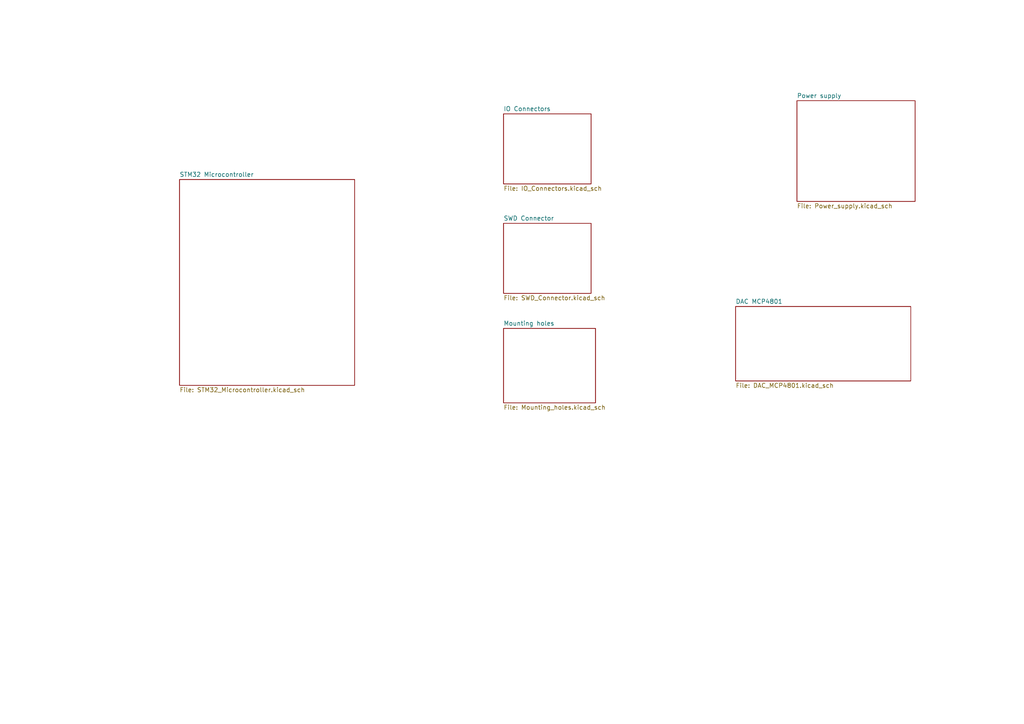
<source format=kicad_sch>
(kicad_sch (version 20211123) (generator eeschema)
  (paper "A4")
  (lib_symbols)
  (sheet (at 52.07 52.07) (size 50.8 59.69) (stroke (width 0.1524))
    (property "Sheet name" "STM32 Microcontroller" (at 52.07 51.3584 0) (effects (justify left bottom)))
    (property "Sheet file" "STM32_Microcontroller.kicad_sch" (at 52.07 112.3446 0) (effects (justify left top)))
  )
  (sheet (at 146.05 64.77) (size 25.4 20.32) (stroke (width 0.1524))
    (property "Sheet name" "SWD Connector" (at 146.05 64.0584 0) (effects (justify left bottom)))
    (property "Sheet file" "SWD_Connector.kicad_sch" (at 146.05 85.6746 0) (effects (justify left top)))
  )
  (sheet (at 146.05 33.02) (size 25.4 20.32) (stroke (width 0.1524))
    (property "Sheet name" "IO Connectors" (at 146.05 32.3084 0) (effects (justify left bottom)))
    (property "Sheet file" "IO_Connectors.kicad_sch" (at 146.05 53.9246 0) (effects (justify left top)))
  )
  (sheet (at 213.36 88.9) (size 50.8 21.59) (stroke (width 0.1524))
    (property "Sheet name" "DAC MCP4801" (at 213.36 88.1884 0) (effects (justify left bottom)))
    (property "Sheet file" "DAC_MCP4801.kicad_sch" (at 213.36 111.0746 0) (effects (justify left top)))
  )
  (sheet (at 231.14 29.21) (size 34.29 29.21) (stroke (width 0.1524))
    (property "Sheet name" "Power supply" (at 231.14 28.4984 0) (effects (justify left bottom)))
    (property "Sheet file" "Power_supply.kicad_sch" (at 231.14 59.0046 0) (effects (justify left top)))
  )
  (sheet (at 146.05 95.25) (size 26.67 21.59) (stroke (width 0.1524))
    (property "Sheet name" "Mounting holes" (at 146.05 94.5384 0) (effects (justify left bottom)))
    (property "Sheet file" "Mounting_holes.kicad_sch" (at 146.05 117.4246 0) (effects (justify left top)))
  )
)
</source>
